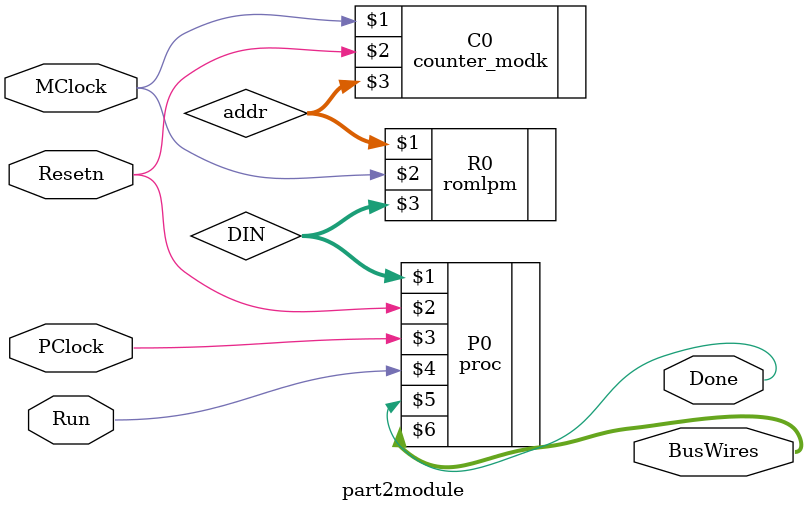
<source format=v>
module part2module (MClock, PClock, Resetn, Run, BusWires, Done);
  input MClock, PClock, Resetn, Run;
  output [15:0] BusWires;
  output Done;

  wire [15:0] DIN;
  wire [4:0] addr;

  counter_modk C0 (MClock, Resetn, addr);
  defparam C0.n = 5;
  defparam C0.k = 32;

  romlpm R0 (addr, MClock, DIN);


  proc P0 (DIN, Resetn, PClock, Run, Done, BusWires);

endmodule

</source>
